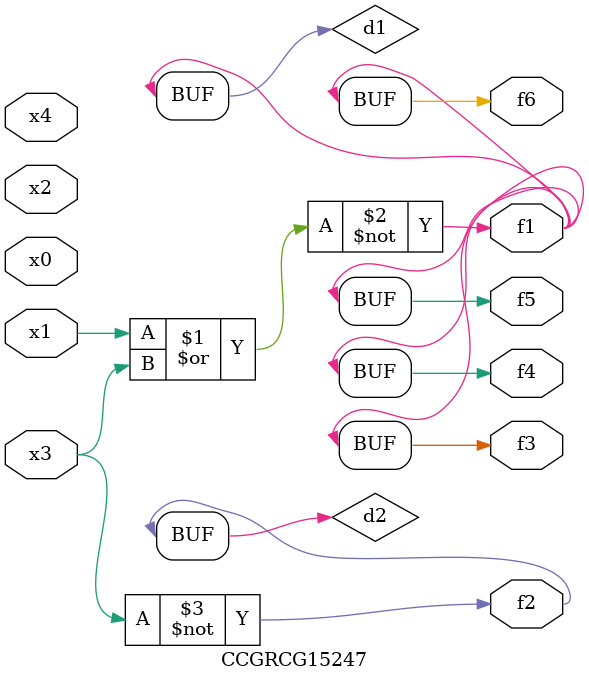
<source format=v>
module CCGRCG15247(
	input x0, x1, x2, x3, x4,
	output f1, f2, f3, f4, f5, f6
);

	wire d1, d2;

	nor (d1, x1, x3);
	not (d2, x3);
	assign f1 = d1;
	assign f2 = d2;
	assign f3 = d1;
	assign f4 = d1;
	assign f5 = d1;
	assign f6 = d1;
endmodule

</source>
